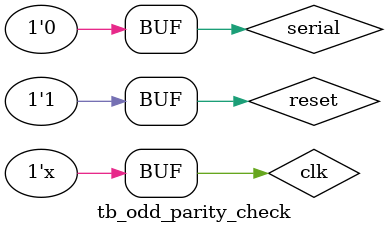
<source format=v>
`timescale 1ns / 1ps

module tb_odd_parity_check();

reg serial;
reg clk;
reg reset;
wire parity;

OddParityCheck pc(.serial_in(serial), .clk(clk), .reset(reset), .parity_valid(parity));

initial begin
	clk <= 0;
	reset <= 1;
	serial <= 0;
	#5
	reset <= 0;
	#10
	serial <= 1; //Parity should be asserted after this is clocked in
	#10
	serial <= 0;
	#10
	serial <= 1; //Parity should be de-asserted after this is clocked in
	#10
	serial <= 0;
	#10
	reset <= 1;
end

always begin
	#5 clk = ~clk;
end


endmodule

</source>
